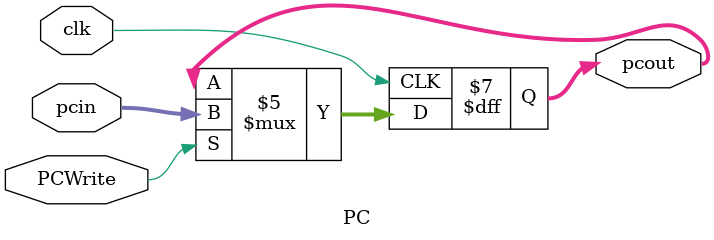
<source format=v>
`timescale 1ns / 1ps


module PC(
clk, pcin, pcout, PCWrite
    );
    input clk, PCWrite;
    input   [31:0] pcin;
    output   reg [31:0] pcout;
    initial begin
        pcout = 32'b0;
    end
    always @ (posedge clk) begin
        if(PCWrite == 1) begin
            pcout <= pcin;
        end
        else begin
            pcout <= pcout;
        end
    end
endmodule

</source>
